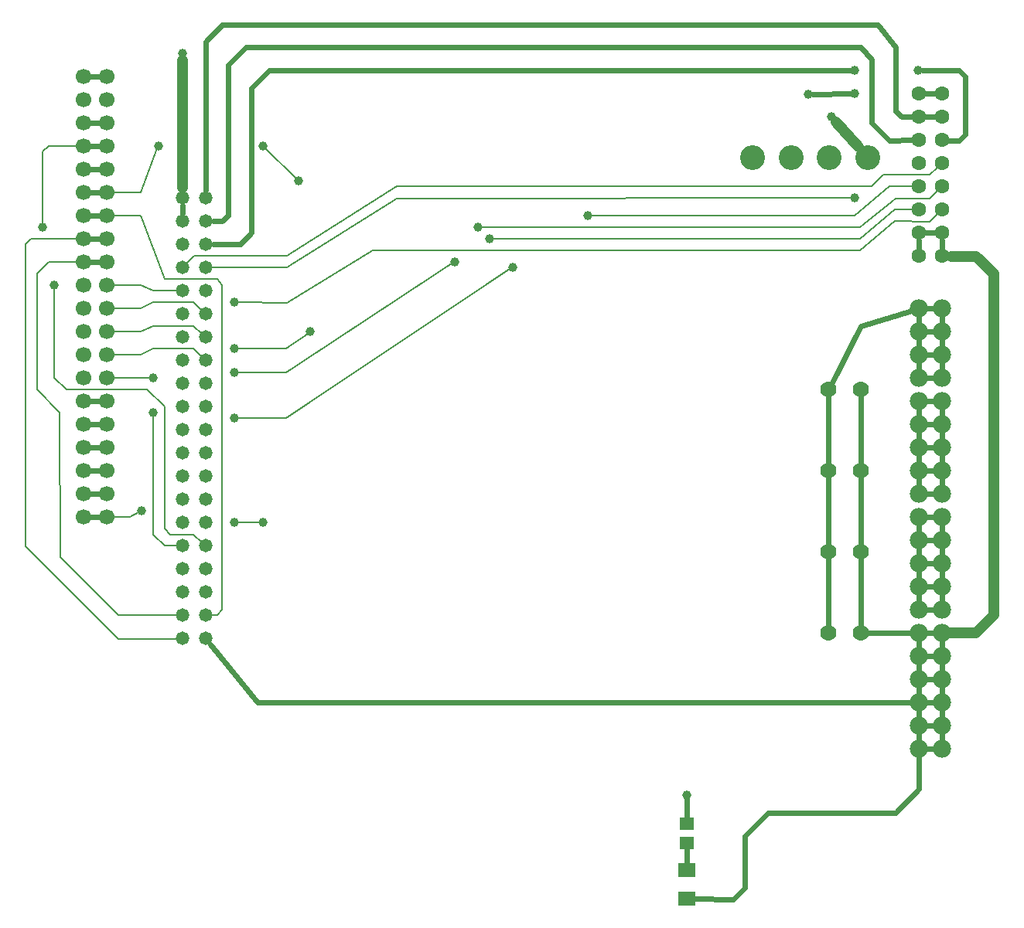
<source format=gtl>
G04 MADE WITH FRITZING*
G04 WWW.FRITZING.ORG*
G04 DOUBLE SIDED*
G04 HOLES PLATED*
G04 CONTOUR ON CENTER OF CONTOUR VECTOR*
%ASAXBY*%
%FSLAX23Y23*%
%MOIN*%
%OFA0B0*%
%SFA1.0B1.0*%
%ADD10C,0.058000*%
%ADD11C,0.058028*%
%ADD12C,0.039370*%
%ADD13C,0.107087*%
%ADD14C,0.062992*%
%ADD15C,0.066929*%
%ADD16C,0.078000*%
%ADD17C,0.069685*%
%ADD18R,0.074803X0.062992*%
%ADD19R,0.059055X0.055118*%
%ADD20C,0.008000*%
%ADD21C,0.024000*%
%ADD22C,0.048000*%
%LNCOPPER1*%
G90*
G70*
G54D10*
X826Y3109D03*
X826Y3009D03*
X826Y2909D03*
X826Y2809D03*
G54D11*
X826Y2709D03*
G54D10*
X826Y2609D03*
X826Y2509D03*
X826Y2409D03*
X826Y2309D03*
G54D11*
X826Y2209D03*
G54D10*
X826Y2109D03*
G54D11*
X826Y2009D03*
G54D10*
X826Y1909D03*
X826Y1809D03*
X826Y1709D03*
X826Y1609D03*
G54D11*
X826Y1509D03*
G54D10*
X826Y1409D03*
X826Y1309D03*
X826Y1209D03*
X726Y1209D03*
X726Y1309D03*
X726Y1409D03*
G54D11*
X726Y1509D03*
G54D10*
X726Y1609D03*
X726Y1709D03*
X726Y1809D03*
X726Y1909D03*
G54D11*
X726Y2009D03*
G54D10*
X726Y2109D03*
G54D11*
X726Y2209D03*
G54D10*
X726Y2309D03*
X726Y2409D03*
X726Y2509D03*
X726Y2609D03*
G54D11*
X726Y2709D03*
G54D10*
X726Y2809D03*
X726Y2909D03*
X726Y3009D03*
X726Y3109D03*
X826Y3109D03*
X826Y3009D03*
X826Y2909D03*
X826Y2809D03*
G54D11*
X826Y2709D03*
G54D10*
X826Y2609D03*
X826Y2509D03*
X826Y2409D03*
X826Y2309D03*
G54D11*
X826Y2209D03*
G54D10*
X826Y2109D03*
G54D11*
X826Y2009D03*
G54D10*
X826Y1909D03*
X826Y1809D03*
X826Y1709D03*
X826Y1609D03*
G54D11*
X826Y1509D03*
G54D10*
X826Y1409D03*
X826Y1309D03*
X826Y1209D03*
X726Y1209D03*
X726Y1309D03*
X726Y1409D03*
G54D11*
X726Y1509D03*
G54D10*
X726Y1609D03*
X726Y1709D03*
X726Y1809D03*
X726Y1909D03*
G54D11*
X726Y2009D03*
G54D10*
X726Y2109D03*
G54D11*
X726Y2209D03*
G54D10*
X726Y2309D03*
X726Y2409D03*
X726Y2509D03*
X726Y2609D03*
G54D11*
X726Y2709D03*
G54D10*
X726Y2809D03*
X726Y2909D03*
X726Y3009D03*
X726Y3109D03*
G54D12*
X949Y2357D03*
X949Y2160D03*
X3623Y3109D03*
X1224Y3183D03*
X1998Y2984D03*
X2048Y2934D03*
X2472Y3035D03*
X2148Y2809D03*
X1898Y2834D03*
X1275Y2533D03*
X548Y1759D03*
X598Y2334D03*
X598Y2185D03*
X3897Y3660D03*
X724Y3735D03*
X3623Y3559D03*
X622Y3335D03*
X1072Y3335D03*
X1073Y1709D03*
X949Y1710D03*
X3422Y3558D03*
X948Y2459D03*
X948Y2659D03*
X3623Y3659D03*
X123Y2984D03*
X173Y2734D03*
X3523Y3459D03*
X2898Y534D03*
G54D13*
X3183Y3284D03*
X3348Y3284D03*
X3513Y3284D03*
X3679Y3284D03*
G54D14*
X3898Y3559D03*
X3898Y3459D03*
X3898Y3359D03*
X3898Y3259D03*
X3898Y3159D03*
X3898Y3059D03*
X3898Y2959D03*
X3898Y2859D03*
X3898Y3559D03*
X3898Y3459D03*
X3898Y3359D03*
X3898Y3259D03*
X3898Y3159D03*
X3898Y3059D03*
X3898Y2959D03*
X3898Y2859D03*
X3998Y2859D03*
X3998Y2959D03*
X3998Y3059D03*
X3998Y3159D03*
X3998Y3259D03*
X3998Y3359D03*
X3998Y3459D03*
X3998Y3559D03*
G54D15*
X298Y3633D03*
X298Y3533D03*
X298Y3433D03*
X298Y3333D03*
X298Y3233D03*
X298Y3133D03*
X298Y3033D03*
X298Y2933D03*
X298Y2833D03*
X298Y2733D03*
X298Y2633D03*
X298Y2533D03*
X298Y2433D03*
X298Y2333D03*
X298Y2233D03*
X298Y2133D03*
X298Y2033D03*
X298Y1933D03*
X298Y1833D03*
X298Y1733D03*
X298Y3633D03*
X298Y3533D03*
X298Y3433D03*
X298Y3333D03*
X298Y3233D03*
X298Y3133D03*
X298Y3033D03*
X298Y2933D03*
X298Y2833D03*
X298Y2733D03*
X298Y2633D03*
X298Y2533D03*
X298Y2433D03*
X298Y2333D03*
X298Y2233D03*
X298Y2133D03*
X298Y2033D03*
X298Y1933D03*
X298Y1833D03*
X298Y1733D03*
X398Y1733D03*
X398Y1833D03*
X398Y1933D03*
X398Y2033D03*
X398Y2133D03*
X398Y2233D03*
X398Y2333D03*
X398Y2433D03*
X398Y2533D03*
X398Y2633D03*
X398Y2733D03*
X398Y2833D03*
X398Y2933D03*
X398Y3033D03*
X398Y3133D03*
X398Y3233D03*
X398Y3333D03*
X398Y3433D03*
X398Y3533D03*
X398Y3633D03*
G54D16*
X3998Y733D03*
X3998Y833D03*
X3998Y933D03*
X3998Y1033D03*
X3998Y1133D03*
X3998Y1233D03*
X3998Y1333D03*
X3998Y1433D03*
X3998Y1533D03*
X3998Y1633D03*
X3998Y1733D03*
X3998Y1833D03*
X3998Y1933D03*
X3998Y2033D03*
X3998Y2133D03*
X3998Y2233D03*
X3998Y2333D03*
X3998Y2433D03*
X3998Y2533D03*
X3998Y2633D03*
X3998Y733D03*
X3998Y833D03*
X3998Y933D03*
X3998Y1033D03*
X3998Y1133D03*
X3998Y1233D03*
X3998Y1333D03*
X3998Y1433D03*
X3998Y1533D03*
X3998Y1633D03*
X3998Y1733D03*
X3998Y1833D03*
X3998Y1933D03*
X3998Y2033D03*
X3998Y2133D03*
X3998Y2233D03*
X3998Y2333D03*
X3998Y2433D03*
X3998Y2533D03*
X3998Y2633D03*
X3898Y2633D03*
X3898Y2533D03*
X3898Y2433D03*
X3898Y2333D03*
X3898Y2233D03*
X3898Y2133D03*
X3898Y2033D03*
X3898Y1933D03*
X3898Y1833D03*
X3898Y1733D03*
X3898Y1633D03*
X3898Y1533D03*
X3898Y1433D03*
X3898Y1333D03*
X3898Y1233D03*
X3898Y1133D03*
X3898Y1033D03*
X3898Y933D03*
X3898Y833D03*
X3898Y733D03*
G54D17*
X3510Y1584D03*
X3648Y1584D03*
X3510Y2284D03*
X3648Y2284D03*
X3510Y1234D03*
X3648Y1234D03*
X3510Y1934D03*
X3648Y1934D03*
G54D18*
X2898Y87D03*
X2898Y209D03*
G54D19*
X2898Y328D03*
X2898Y409D03*
G54D20*
X1174Y2809D02*
X854Y2809D01*
D02*
X1649Y3108D02*
X1174Y2809D01*
D02*
X3609Y3109D02*
X1649Y3108D01*
D02*
X962Y2160D02*
X1172Y2159D01*
D02*
X962Y2357D02*
X1172Y2358D01*
D02*
X2137Y2802D02*
X1172Y2159D01*
D02*
X3647Y2884D02*
X1547Y2884D01*
D02*
X3797Y3010D02*
X3647Y2884D01*
D02*
X3622Y3035D02*
X2485Y3035D01*
D02*
X3873Y3159D02*
X3772Y3160D01*
D02*
X3772Y3160D02*
X3622Y3035D01*
D02*
X3647Y2985D02*
X2011Y2984D01*
D02*
X3798Y3108D02*
X3647Y2985D01*
D02*
X3980Y3141D02*
X3947Y3108D01*
D02*
X3947Y3108D02*
X3798Y3108D01*
D02*
X1547Y2884D02*
X1174Y2658D01*
D02*
X3980Y3041D02*
X3947Y3008D01*
D02*
X3947Y3008D02*
X3797Y3010D01*
D02*
X498Y1734D02*
X536Y1753D01*
D02*
X547Y2433D02*
X598Y2460D01*
D02*
X598Y2460D02*
X773Y2460D01*
D02*
X773Y2460D02*
X806Y2428D01*
D02*
X547Y2533D02*
X598Y2558D01*
D02*
X598Y2558D02*
X773Y2558D01*
D02*
X773Y2558D02*
X806Y2528D01*
D02*
X547Y2634D02*
X598Y2659D01*
D02*
X773Y2659D02*
X806Y2628D01*
D02*
X598Y2659D02*
X773Y2659D01*
D02*
X598Y2710D02*
X699Y2709D01*
D02*
X547Y2734D02*
X598Y2710D01*
D02*
X423Y2433D02*
X547Y2433D01*
D02*
X423Y2533D02*
X547Y2533D01*
D02*
X423Y2633D02*
X547Y2634D01*
D02*
X423Y2733D02*
X547Y2734D01*
D02*
X1264Y2525D02*
X1172Y2460D01*
G54D21*
D02*
X3149Y134D02*
X3149Y357D01*
D02*
X3099Y84D02*
X3149Y134D01*
D02*
X3149Y357D02*
X3248Y456D01*
D02*
X3248Y456D02*
X3799Y456D01*
D02*
X3799Y456D02*
X3898Y561D01*
D02*
X3898Y561D02*
X3898Y703D01*
D02*
X2930Y86D02*
X3099Y84D01*
G54D20*
D02*
X2062Y2934D02*
X3647Y2934D01*
D02*
X3647Y2934D02*
X3797Y3060D01*
D02*
X3797Y3060D02*
X3873Y3059D01*
D02*
X1172Y2358D02*
X1887Y2827D01*
D02*
X598Y2171D02*
X598Y1658D01*
D02*
X598Y1658D02*
X648Y1609D01*
D02*
X648Y1609D02*
X699Y1609D01*
D02*
X423Y2333D02*
X585Y2334D01*
D02*
X423Y1733D02*
X498Y1734D01*
D02*
X673Y1208D02*
X449Y1208D01*
D02*
X699Y1208D02*
X673Y1208D01*
D02*
X699Y1309D02*
X449Y1309D01*
G54D22*
D02*
X724Y3705D02*
X726Y3153D01*
G54D21*
D02*
X3441Y3558D02*
X3604Y3559D01*
G54D20*
D02*
X648Y2759D02*
X547Y3034D01*
D02*
X874Y2759D02*
X648Y2759D01*
D02*
X897Y1335D02*
X897Y2733D01*
D02*
X897Y2733D02*
X874Y2759D01*
D02*
X874Y1309D02*
X897Y1335D01*
D02*
X617Y3322D02*
X547Y3134D01*
D02*
X1215Y3192D02*
X1081Y3325D01*
D02*
X547Y3034D02*
X423Y3033D01*
D02*
X854Y1309D02*
X874Y1309D01*
D02*
X547Y3134D02*
X423Y3133D01*
D02*
X1649Y3159D02*
X3697Y3160D01*
D02*
X3697Y3160D02*
X3747Y3210D01*
D02*
X3747Y3210D02*
X3947Y3209D01*
D02*
X3947Y3209D02*
X3980Y3241D01*
D02*
X1174Y2859D02*
X1649Y3159D01*
D02*
X774Y2859D02*
X1174Y2859D01*
D02*
X745Y2829D02*
X774Y2859D01*
D02*
X962Y1710D02*
X1059Y1709D01*
D02*
X961Y2459D02*
X1172Y2460D01*
D02*
X961Y2659D02*
X1174Y2658D01*
G54D21*
D02*
X3697Y3708D02*
X3649Y3759D01*
D02*
X3697Y3434D02*
X3697Y3708D01*
D02*
X4072Y3660D02*
X3916Y3660D01*
D02*
X4098Y3383D02*
X4098Y3635D01*
D02*
X4098Y3635D02*
X4072Y3660D01*
D02*
X4072Y3358D02*
X4098Y3383D01*
D02*
X1022Y2960D02*
X974Y2909D01*
D02*
X1022Y3584D02*
X1022Y2960D01*
D02*
X974Y2909D02*
X859Y2909D01*
D02*
X4029Y3358D02*
X4072Y3358D01*
D02*
X1098Y3660D02*
X1022Y3584D01*
D02*
X3604Y3659D02*
X1098Y3660D01*
D02*
X999Y3759D02*
X923Y3682D01*
D02*
X3649Y3759D02*
X999Y3759D01*
D02*
X923Y3033D02*
X897Y3010D01*
D02*
X923Y3682D02*
X923Y3033D01*
D02*
X897Y3010D02*
X859Y3010D01*
D02*
X3867Y3359D02*
X3773Y3358D01*
D02*
X3773Y3358D02*
X3697Y3434D01*
D02*
X897Y3858D02*
X3722Y3858D01*
D02*
X824Y3784D02*
X897Y3858D01*
D02*
X3799Y3759D02*
X3799Y3485D01*
D02*
X3799Y3485D02*
X3824Y3460D01*
D02*
X3722Y3858D02*
X3799Y3759D01*
D02*
X3824Y3460D02*
X3867Y3459D01*
D02*
X826Y3142D02*
X824Y3784D01*
D02*
X726Y3042D02*
X726Y3076D01*
G54D20*
D02*
X99Y2783D02*
X149Y2833D01*
D02*
X99Y2283D02*
X99Y2783D01*
D02*
X197Y2185D02*
X99Y2283D01*
D02*
X449Y1309D02*
X198Y1559D01*
D02*
X198Y1559D02*
X197Y2185D01*
D02*
X149Y2833D02*
X273Y2833D01*
D02*
X449Y1208D02*
X48Y1608D01*
D02*
X48Y1608D02*
X48Y2909D01*
D02*
X48Y2909D02*
X73Y2934D01*
D02*
X73Y2934D02*
X273Y2933D01*
D02*
X123Y2997D02*
X123Y3309D01*
D02*
X123Y3309D02*
X149Y3333D01*
D02*
X149Y3333D02*
X273Y3333D01*
D02*
X173Y2333D02*
X173Y2720D01*
D02*
X224Y2283D02*
X173Y2333D01*
D02*
X572Y2283D02*
X224Y2283D01*
D02*
X648Y2209D02*
X572Y2283D01*
D02*
X648Y1685D02*
X648Y2209D01*
D02*
X772Y1658D02*
X672Y1658D01*
D02*
X672Y1658D02*
X648Y1685D01*
D02*
X806Y1628D02*
X772Y1658D01*
G54D21*
D02*
X3928Y833D02*
X3968Y833D01*
D02*
X3928Y733D02*
X3968Y733D01*
D02*
X2898Y306D02*
X2898Y235D01*
D02*
X3998Y803D02*
X3998Y763D01*
D02*
X3898Y763D02*
X3898Y803D01*
D02*
X3998Y863D02*
X3998Y903D01*
D02*
X3898Y963D02*
X3898Y1003D01*
D02*
X3998Y1063D02*
X3998Y1103D01*
D02*
X3898Y1163D02*
X3898Y1203D01*
D02*
X3968Y1233D02*
X3928Y1233D01*
D02*
X3968Y1133D02*
X3928Y1133D01*
D02*
X3928Y1033D02*
X3968Y1033D01*
D02*
X3968Y933D02*
X3928Y933D01*
G54D22*
D02*
X4223Y2784D02*
X4223Y1311D01*
D02*
X4223Y1311D02*
X4146Y1234D01*
G54D21*
D02*
X3998Y1203D02*
X3998Y1163D01*
D02*
X3898Y1063D02*
X3898Y1103D01*
D02*
X3998Y1003D02*
X3998Y963D01*
D02*
X3898Y863D02*
X3898Y903D01*
G54D22*
D02*
X4146Y2857D02*
X4223Y2784D01*
G54D21*
D02*
X3998Y2890D02*
X3998Y2928D01*
D02*
X3898Y2890D02*
X3898Y2928D01*
D02*
X3967Y2959D02*
X3929Y2959D01*
G54D22*
D02*
X4146Y1234D02*
X4039Y1233D01*
D02*
X4040Y2858D02*
X4146Y2857D01*
G54D21*
D02*
X3998Y1963D02*
X3998Y2003D01*
D02*
X3928Y1833D02*
X3968Y1833D01*
D02*
X3968Y1933D02*
X3928Y1933D01*
D02*
X3968Y2233D02*
X3928Y2233D01*
D02*
X3968Y2133D02*
X3928Y2133D01*
D02*
X3898Y1563D02*
X3898Y1603D01*
D02*
X3998Y1903D02*
X3998Y1863D01*
D02*
X3898Y1903D02*
X3898Y1863D01*
D02*
X3928Y2033D02*
X3968Y2033D01*
D02*
X3898Y2063D02*
X3898Y2103D01*
D02*
X3898Y2003D02*
X3898Y1963D01*
D02*
X3898Y2163D02*
X3898Y2203D01*
D02*
X3998Y2163D02*
X3998Y2203D01*
D02*
X3998Y2063D02*
X3998Y2103D01*
D02*
X3928Y1533D02*
X3968Y1533D01*
D02*
X3928Y1633D02*
X3968Y1633D01*
D02*
X3898Y1363D02*
X3898Y1403D01*
D02*
X3968Y1333D02*
X3928Y1333D01*
D02*
X3998Y1403D02*
X3998Y1363D01*
D02*
X3998Y1503D02*
X3998Y1463D01*
D02*
X3998Y1603D02*
X3998Y1563D01*
D02*
X3998Y1703D02*
X3998Y1663D01*
D02*
X3928Y1733D02*
X3968Y1733D01*
D02*
X3898Y1663D02*
X3898Y1703D01*
D02*
X3898Y1463D02*
X3898Y1503D01*
D02*
X3928Y1433D02*
X3968Y1433D01*
D02*
X3967Y3559D02*
X3929Y3559D01*
D02*
X3967Y3459D02*
X3929Y3459D01*
D02*
X3898Y2363D02*
X3898Y2403D01*
G54D22*
D02*
X3543Y3436D02*
X3639Y3329D01*
G54D21*
D02*
X2898Y431D02*
X2898Y515D01*
D02*
X367Y3233D02*
X329Y3233D01*
D02*
X367Y3333D02*
X329Y3333D01*
D02*
X367Y3433D02*
X329Y3433D01*
D02*
X367Y1833D02*
X329Y1833D01*
D02*
X367Y1933D02*
X329Y1933D01*
D02*
X367Y2033D02*
X329Y2033D01*
D02*
X367Y2133D02*
X329Y2133D01*
D02*
X367Y2233D02*
X329Y2233D01*
D02*
X367Y3633D02*
X329Y3633D01*
D02*
X367Y2833D02*
X329Y2833D01*
D02*
X367Y2933D02*
X329Y2933D01*
D02*
X367Y3033D02*
X329Y3033D01*
D02*
X367Y3133D02*
X329Y3133D01*
D02*
X3968Y2333D02*
X3928Y2333D01*
D02*
X3998Y2463D02*
X3998Y2503D01*
D02*
X3898Y2503D02*
X3898Y2463D01*
D02*
X3998Y2403D02*
X3998Y2363D01*
D02*
X3998Y2563D02*
X3998Y2603D01*
D02*
X3898Y2563D02*
X3898Y2603D01*
D02*
X3968Y2433D02*
X3928Y2433D01*
D02*
X3968Y2533D02*
X3928Y2533D01*
D02*
X3968Y2633D02*
X3928Y2633D01*
D02*
X367Y1733D02*
X329Y1733D01*
D02*
X847Y1183D02*
X1050Y934D01*
D02*
X1050Y934D02*
X3868Y933D01*
D02*
X3674Y1234D02*
X3868Y1233D01*
D02*
X3648Y1960D02*
X3648Y2258D01*
D02*
X3648Y1260D02*
X3648Y1558D01*
D02*
X3648Y1610D02*
X3648Y1908D01*
D02*
X3510Y1558D02*
X3510Y1260D01*
D02*
X3510Y1908D02*
X3510Y1610D01*
D02*
X3510Y2258D02*
X3510Y1960D01*
D02*
X3869Y2624D02*
X3649Y2557D01*
D02*
X3649Y2557D02*
X3522Y2307D01*
G04 End of Copper1*
M02*
</source>
